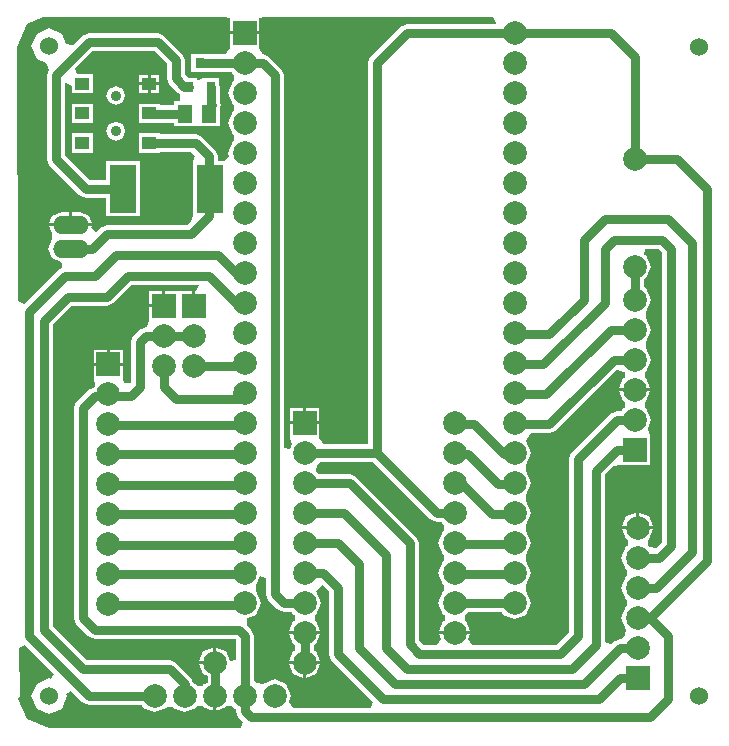
<source format=gbl>
G04 Layer_Physical_Order=2*
G04 Layer_Color=11436288*
%FSLAX23Y23*%
%MOIN*%
G70*
G01*
G75*
%ADD10C,0.031*%
%ADD11O,0.120X0.060*%
%ADD12C,0.079*%
%ADD13R,0.079X0.079*%
%ADD14R,0.079X0.079*%
%ADD15C,0.035*%
%ADD16C,0.060*%
%ADD17R,0.031X0.035*%
%ADD18R,0.049X0.061*%
%ADD19R,0.090X0.160*%
%ADD20R,0.046X0.040*%
G36*
X3140Y2578D02*
X3140Y1612D01*
X3121Y1593D01*
X3101Y1596D01*
X3099Y1599D01*
X3094Y1601D01*
X3094Y1621D01*
X3098Y1622D01*
X3111Y1655D01*
X3009Y1655D01*
X3022Y1622D01*
X3026Y1621D01*
X3026Y1601D01*
X3021Y1599D01*
X3005Y1560D01*
X3021Y1521D01*
X3023Y1520D01*
X3023Y1500D01*
X3021Y1499D01*
X3005Y1460D01*
X3021Y1421D01*
X3023Y1420D01*
X3023Y1400D01*
X3021Y1399D01*
X3005Y1360D01*
X3021Y1321D01*
X3018Y1302D01*
X3008Y1290D01*
X3000Y1290D01*
X2979Y1281D01*
X2970Y1272D01*
X2950Y1280D01*
X2950Y1838D01*
X2980Y1867D01*
X2999Y1869D01*
X2999Y1869D01*
X2999Y1869D01*
X3101Y1869D01*
X3101Y1971D01*
X3101Y1971D01*
X3101Y1971D01*
X3093Y1991D01*
X3105Y2020D01*
X3089Y2059D01*
X3084Y2061D01*
X3084Y2081D01*
X3088Y2082D01*
X3101Y2115D01*
X2999Y2115D01*
X3012Y2082D01*
X3016Y2081D01*
X3016Y2061D01*
X3011Y2059D01*
X3007Y2050D01*
X2990Y2050D01*
X2969Y2041D01*
X2839Y1911D01*
X2830Y1890D01*
X2830Y1312D01*
X2788Y1270D01*
X2508Y1270D01*
X2495Y1290D01*
X2501Y1305D01*
X2399Y1305D01*
X2405Y1290D01*
X2392Y1270D01*
X2345Y1270D01*
X2330Y1285D01*
X2330Y1610D01*
X2321Y1631D01*
X2121Y1831D01*
X2100Y1840D01*
X1993Y1840D01*
X1989Y1849D01*
X1992Y1868D01*
X2002Y1880D01*
X2178Y1880D01*
X2369Y1689D01*
X2390Y1680D01*
X2407Y1680D01*
X2411Y1671D01*
X2413Y1670D01*
X2413Y1650D01*
X2411Y1649D01*
X2395Y1610D01*
X2411Y1571D01*
X2413Y1570D01*
X2413Y1550D01*
X2411Y1549D01*
X2395Y1510D01*
X2411Y1471D01*
X2413Y1470D01*
X2413Y1450D01*
X2411Y1449D01*
X2395Y1410D01*
X2411Y1371D01*
X2416Y1369D01*
X2416Y1349D01*
X2412Y1348D01*
X2399Y1315D01*
X2501Y1315D01*
X2488Y1348D01*
X2484Y1349D01*
X2484Y1369D01*
X2489Y1371D01*
X2493Y1380D01*
X2607Y1380D01*
X2611Y1371D01*
X2650Y1355D01*
X2689Y1371D01*
X2705Y1410D01*
X2689Y1449D01*
X2687Y1450D01*
X2687Y1470D01*
X2689Y1471D01*
X2705Y1510D01*
X2689Y1549D01*
X2687Y1550D01*
X2687Y1570D01*
X2689Y1571D01*
X2705Y1610D01*
X2689Y1649D01*
X2687Y1650D01*
X2687Y1670D01*
X2689Y1671D01*
X2705Y1710D01*
X2689Y1749D01*
X2687Y1750D01*
X2687Y1770D01*
X2689Y1771D01*
X2705Y1810D01*
X2689Y1849D01*
X2687Y1850D01*
X2687Y1870D01*
X2689Y1871D01*
X2705Y1910D01*
X2689Y1949D01*
X2697Y1967D01*
X2704Y1975D01*
X2765Y1975D01*
X2786Y1984D01*
X2989Y2187D01*
X3009Y2184D01*
X3011Y2181D01*
X3016Y2179D01*
X3016Y2159D01*
X3012Y2158D01*
X2999Y2125D01*
X3101Y2125D01*
X3088Y2158D01*
X3084Y2159D01*
X3084Y2179D01*
X3089Y2181D01*
X3105Y2220D01*
X3089Y2259D01*
X3087Y2260D01*
X3087Y2280D01*
X3089Y2281D01*
X3105Y2320D01*
X3089Y2359D01*
X3087Y2360D01*
X3087Y2380D01*
X3089Y2381D01*
X3105Y2420D01*
X3089Y2459D01*
X3080Y2463D01*
X3080Y2489D01*
X3088Y2492D01*
X3103Y2530D01*
X3088Y2568D01*
X3081Y2570D01*
X3085Y2590D01*
X3128Y2590D01*
X3140Y2578D01*
X3140Y2578D02*
G37*
G36*
X1599Y2469D02*
X1588Y2449D01*
X1585Y2449D01*
X1585Y2400D01*
X1575Y2400D01*
X1575Y2449D01*
X1531Y2449D01*
X1531Y2449D01*
X1529Y2449D01*
X1529Y2449D01*
X1485Y2449D01*
X1485Y2400D01*
X1480Y2400D01*
X1480Y2395D01*
X1431Y2395D01*
X1431Y2351D01*
X1431Y2351D01*
X1431Y2351D01*
X1423Y2334D01*
X1420Y2330D01*
X1399Y2321D01*
X1379Y2301D01*
X1370Y2280D01*
X1370Y2146D01*
X1366Y2142D01*
X1349Y2144D01*
X1344Y2156D01*
X1344Y2156D01*
X1344Y2156D01*
X1344Y2200D01*
X1246Y2200D01*
X1246Y2156D01*
X1246Y2156D01*
X1246Y2156D01*
X1252Y2136D01*
X1250Y2130D01*
X1229Y2121D01*
X1189Y2081D01*
X1180Y2060D01*
X1180Y1360D01*
X1189Y1339D01*
X1229Y1299D01*
X1250Y1290D01*
X1718Y1290D01*
X1720Y1288D01*
X1720Y1221D01*
X1700Y1217D01*
X1688Y1248D01*
X1655Y1261D01*
X1655Y1210D01*
X1650Y1210D01*
X1650Y1205D01*
X1599Y1205D01*
X1612Y1172D01*
X1628Y1166D01*
X1628Y1144D01*
X1612Y1138D01*
X1611Y1134D01*
X1591Y1134D01*
X1589Y1139D01*
X1578Y1144D01*
X1571Y1161D01*
X1521Y1211D01*
X1500Y1220D01*
X1222Y1220D01*
X1110Y1332D01*
X1110Y2338D01*
X1172Y2400D01*
X1290Y2400D01*
X1311Y2409D01*
X1372Y2470D01*
X1598Y2470D01*
X1599Y2469D01*
X1599Y2469D02*
G37*
G36*
X1820Y1494D02*
X1820Y1440D01*
X1829Y1419D01*
X1859Y1389D01*
X1880Y1380D01*
X1907Y1380D01*
X1911Y1371D01*
X1916Y1369D01*
X1916Y1349D01*
X1912Y1348D01*
X1899Y1315D01*
X2001Y1315D01*
X1988Y1348D01*
X1984Y1349D01*
X1984Y1369D01*
X1989Y1371D01*
X2005Y1410D01*
X1989Y1449D01*
X2001Y1463D01*
X2006Y1469D01*
X2009Y1468D01*
X2030Y1448D01*
X2030Y1240D01*
X2039Y1219D01*
X2178Y1080D01*
X2170Y1060D01*
X1910Y1060D01*
X1897Y1080D01*
X1905Y1100D01*
X1889Y1139D01*
X1850Y1155D01*
X1811Y1139D01*
X1792Y1142D01*
X1780Y1152D01*
X1780Y1300D01*
X1771Y1321D01*
X1756Y1336D01*
X1758Y1355D01*
X1759Y1358D01*
X1789Y1371D01*
X1805Y1410D01*
X1789Y1449D01*
X1787Y1450D01*
X1787Y1470D01*
X1789Y1471D01*
X1800Y1498D01*
X1820Y1494D01*
X1820Y1494D02*
G37*
G36*
X1115Y1173D02*
X1104Y1156D01*
X1098Y1159D01*
X1056Y1141D01*
X1038Y1099D01*
X1056Y1057D01*
X1098Y1039D01*
X1140Y1057D01*
X1158Y1099D01*
X1155Y1105D01*
X1172Y1116D01*
X1209Y1079D01*
X1230Y1070D01*
X1407Y1070D01*
X1411Y1061D01*
X1450Y1045D01*
X1489Y1061D01*
X1490Y1063D01*
X1510Y1063D01*
X1511Y1061D01*
X1550Y1045D01*
X1589Y1061D01*
X1591Y1066D01*
X1611Y1066D01*
X1612Y1062D01*
X1645Y1049D01*
X1645Y1100D01*
X1655Y1100D01*
X1655Y1049D01*
X1688Y1062D01*
X1689Y1066D01*
X1709Y1066D01*
X1711Y1061D01*
X1720Y1057D01*
X1720Y1050D01*
X1729Y1029D01*
X1744Y1014D01*
X1737Y994D01*
X1098Y992D01*
X1023Y1023D01*
X995Y1091D01*
X1000Y1098D01*
X1000Y1098D01*
X999Y1261D01*
X1019Y1269D01*
X1115Y1173D01*
X1115Y1173D02*
G37*
G36*
X2589Y3343D02*
X2587Y3340D01*
X2290Y3340D01*
X2269Y3331D01*
X2169Y3231D01*
X2160Y3210D01*
X2160Y1940D01*
X2013Y1940D01*
X2009Y1945D01*
X1999Y1961D01*
X1999Y1961D01*
X1999Y1961D01*
X1999Y2005D01*
X1901Y2005D01*
X1901Y1961D01*
X1901Y1961D01*
X1901Y1961D01*
X1907Y1941D01*
X1900Y1922D01*
X1880Y1926D01*
X1880Y3170D01*
X1871Y3191D01*
X1831Y3231D01*
X1810Y3240D01*
X1807Y3244D01*
X1799Y3261D01*
X1799Y3261D01*
X1799Y3261D01*
X1799Y3305D01*
X1701Y3305D01*
X1701Y3261D01*
X1701Y3261D01*
X1701Y3261D01*
X1691Y3245D01*
X1687Y3240D01*
X1600Y3240D01*
X1598Y3239D01*
X1572Y3239D01*
X1572Y3215D01*
X1570Y3210D01*
X1572Y3205D01*
X1572Y3180D01*
X1628Y3180D01*
X1628Y3180D01*
X1707Y3180D01*
X1711Y3171D01*
X1713Y3170D01*
X1713Y3150D01*
X1711Y3149D01*
X1695Y3110D01*
X1711Y3071D01*
X1713Y3070D01*
X1713Y3050D01*
X1711Y3049D01*
X1695Y3010D01*
X1711Y2971D01*
X1713Y2970D01*
X1713Y2950D01*
X1711Y2949D01*
X1695Y2910D01*
X1699Y2898D01*
X1685Y2882D01*
X1660Y2882D01*
X1660Y2900D01*
X1651Y2921D01*
X1608Y2964D01*
X1587Y2973D01*
X1466Y2973D01*
X1466Y2975D01*
X1396Y2975D01*
X1396Y2911D01*
X1466Y2911D01*
X1466Y2913D01*
X1572Y2913D01*
X1585Y2898D01*
X1578Y2882D01*
X1578Y2882D01*
X1578Y2698D01*
X1578Y2698D01*
X1578Y2698D01*
X1570Y2682D01*
X1558Y2670D01*
X1290Y2670D01*
X1269Y2661D01*
X1255Y2647D01*
X1239Y2659D01*
X1241Y2665D01*
X1099Y2665D01*
X1108Y2644D01*
X1108Y2623D01*
X1095Y2591D01*
X1108Y2559D01*
X1138Y2546D01*
X1140Y2540D01*
X1140Y2526D01*
X1129Y2521D01*
X1015Y2407D01*
X995Y2415D01*
X992Y3264D01*
X1023Y3339D01*
X1079Y3362D01*
X1098Y3362D01*
X1098Y3362D01*
X1682Y3362D01*
X1701Y3359D01*
X1701Y3315D01*
X1799Y3315D01*
X1799Y3359D01*
X1818Y3362D01*
X2578Y3362D01*
X2589Y3343D01*
X2589Y3343D02*
G37*
%LPC*%
G36*
X3065Y1711D02*
X3065Y1665D01*
X3111Y1665D01*
X3098Y1698D01*
X3065Y1711D01*
X3065Y1711D02*
G37*
G36*
X3055Y1711D02*
X3022Y1698D01*
X3009Y1665D01*
X3055Y1665D01*
X3055Y1711D01*
X3055Y1711D02*
G37*
G36*
X1945Y2059D02*
X1901Y2059D01*
X1901Y2015D01*
X1945Y2015D01*
X1945Y2059D01*
X1945Y2059D02*
G37*
G36*
X1426Y3170D02*
X1398Y3170D01*
X1398Y3145D01*
X1426Y3145D01*
X1426Y3170D01*
X1426Y3170D02*
G37*
G36*
X1999Y2059D02*
X1955Y2059D01*
X1955Y2015D01*
X1999Y2015D01*
X1999Y2059D01*
X1999Y2059D02*
G37*
G36*
X1945Y1205D02*
X1899Y1205D01*
X1912Y1172D01*
X1945Y1159D01*
X1945Y1205D01*
X1945Y1205D02*
G37*
G36*
X1464Y3170D02*
X1436Y3170D01*
X1436Y3145D01*
X1464Y3145D01*
X1464Y3170D01*
X1464Y3170D02*
G37*
G36*
X2001Y1205D02*
X1955Y1205D01*
X1955Y1159D01*
X1988Y1172D01*
X2001Y1205D01*
X2001Y1205D02*
G37*
G36*
X2001Y1305D02*
X1899Y1305D01*
X1912Y1272D01*
X1918Y1270D01*
X1918Y1250D01*
X1912Y1248D01*
X1899Y1215D01*
X2001Y1215D01*
X1988Y1248D01*
X1982Y1250D01*
X1982Y1270D01*
X1988Y1272D01*
X2001Y1305D01*
X2001Y1305D02*
G37*
G36*
X1645Y1261D02*
X1612Y1248D01*
X1599Y1215D01*
X1645Y1215D01*
X1645Y1261D01*
X1645Y1261D02*
G37*
G36*
X1290Y2254D02*
X1246Y2254D01*
X1246Y2210D01*
X1290Y2210D01*
X1290Y2254D01*
X1290Y2254D02*
G37*
G36*
X1243Y3074D02*
X1173Y3074D01*
X1173Y3010D01*
X1243Y3010D01*
X1243Y3074D01*
X1243Y3074D02*
G37*
G36*
X1320Y3014D02*
X1297Y3005D01*
X1288Y2982D01*
X1297Y2959D01*
X1320Y2950D01*
X1343Y2959D01*
X1352Y2982D01*
X1343Y3005D01*
X1320Y3014D01*
X1320Y3014D02*
G37*
G36*
X1320Y3133D02*
X1297Y3124D01*
X1288Y3101D01*
X1297Y3078D01*
X1320Y3069D01*
X1343Y3078D01*
X1352Y3101D01*
X1343Y3124D01*
X1320Y3133D01*
X1320Y3133D02*
G37*
G36*
X1426Y3135D02*
X1398Y3135D01*
X1398Y3110D01*
X1426Y3110D01*
X1426Y3135D01*
X1426Y3135D02*
G37*
G36*
X1098Y3325D02*
X1056Y3307D01*
X1038Y3265D01*
X1056Y3223D01*
X1089Y3209D01*
X1092Y3203D01*
X1097Y3187D01*
X1090Y3170D01*
X1090Y2890D01*
X1099Y2869D01*
X1199Y2769D01*
X1220Y2760D01*
X1288Y2760D01*
X1288Y2698D01*
X1402Y2698D01*
X1402Y2882D01*
X1288Y2882D01*
X1288Y2820D01*
X1232Y2820D01*
X1150Y2902D01*
X1150Y3142D01*
X1154Y3144D01*
X1173Y3133D01*
X1173Y3109D01*
X1243Y3109D01*
X1243Y3172D01*
X1192Y3172D01*
X1184Y3192D01*
X1242Y3250D01*
X1448Y3250D01*
X1490Y3208D01*
X1490Y3160D01*
X1499Y3139D01*
X1528Y3110D01*
X1535Y3107D01*
X1535Y3102D01*
X1535Y3101D01*
X1533Y3082D01*
X1513Y3082D01*
X1513Y3070D01*
X1466Y3070D01*
X1466Y3074D01*
X1396Y3074D01*
X1396Y3010D01*
X1466Y3010D01*
X1466Y3010D01*
X1513Y3010D01*
X1513Y2998D01*
X1574Y2998D01*
X1586Y2998D01*
X1590Y2998D01*
X1594Y2998D01*
X1606Y2998D01*
X1667Y2998D01*
X1667Y3063D01*
X1670Y3070D01*
X1667Y3077D01*
X1667Y3131D01*
X1665Y3136D01*
X1665Y3160D01*
X1638Y3160D01*
X1637Y3160D01*
X1637Y3160D01*
X1610Y3160D01*
X1610Y3158D01*
X1590Y3150D01*
X1590Y3150D01*
X1590Y3160D01*
X1563Y3160D01*
X1563Y3160D01*
X1562Y3160D01*
X1550Y3172D01*
X1550Y3220D01*
X1541Y3241D01*
X1481Y3301D01*
X1460Y3310D01*
X1230Y3310D01*
X1209Y3301D01*
X1176Y3268D01*
X1154Y3274D01*
X1140Y3307D01*
X1098Y3325D01*
X1098Y3325D02*
G37*
G36*
X1243Y2975D02*
X1173Y2975D01*
X1173Y2911D01*
X1243Y2911D01*
X1243Y2975D01*
X1243Y2975D02*
G37*
G36*
X1464Y3135D02*
X1436Y3135D01*
X1436Y3110D01*
X1464Y3110D01*
X1464Y3135D01*
X1464Y3135D02*
G37*
G36*
X1344Y2254D02*
X1300Y2254D01*
X1300Y2210D01*
X1344Y2210D01*
X1344Y2254D01*
X1344Y2254D02*
G37*
G36*
X1475Y2449D02*
X1431Y2449D01*
X1431Y2405D01*
X1475Y2405D01*
X1475Y2449D01*
X1475Y2449D02*
G37*
G36*
X1200Y2713D02*
X1175Y2713D01*
X1175Y2675D01*
X1241Y2675D01*
X1231Y2701D01*
X1200Y2713D01*
X1200Y2713D02*
G37*
G36*
X1165Y2713D02*
X1140Y2713D01*
X1109Y2701D01*
X1099Y2675D01*
X1165Y2675D01*
X1165Y2713D01*
X1165Y2713D02*
G37*
%LPD*%
D10*
X2450Y1410D02*
X2650Y1410D01*
X2450Y1506D02*
X2647Y1506D01*
X2450Y1606D02*
X2647Y1606D01*
X2575Y1705D02*
X2648Y1705D01*
X2474Y1806D02*
X2575Y1705D01*
X2450Y1806D02*
X2474Y1806D01*
X2595Y1805D02*
X2648Y1805D01*
X2494Y1906D02*
X2595Y1805D01*
X2450Y1906D02*
X2494Y1906D01*
X2615Y1905D02*
X2648Y1905D01*
X2514Y2006D02*
X2615Y1905D01*
X2450Y2006D02*
X2514Y2006D01*
X1880Y1410D02*
X1950Y1410D01*
X1850Y1440D02*
X1880Y1410D01*
X1850Y1440D02*
X1850Y3170D01*
X1295Y1403D02*
X1750Y1403D01*
X1295Y1505D02*
X1748Y1505D01*
X1295Y1603D02*
X1746Y1603D01*
X1295Y1705D02*
X1750Y1705D01*
X1295Y1803D02*
X1746Y1803D01*
X1295Y1905D02*
X1748Y1905D01*
X1950Y1510D02*
X2010Y1510D01*
X1330Y2003D02*
X1746Y2003D01*
X1748Y2005D01*
X2010Y1510D02*
X2060Y1460D01*
X2920Y1850D02*
X2990Y1920D01*
X3050Y1920D01*
X2648Y2005D02*
X2765Y2005D01*
X2980Y2220D01*
X3050Y2220D01*
X2648Y2105D02*
X2755Y2105D01*
X2970Y2320D01*
X3050Y2320D01*
X2648Y2205D02*
X2745Y2205D01*
X2990Y2020D02*
X3050Y2020D01*
X1600Y3210D02*
X1750Y3210D01*
X1810Y3210D02*
X1850Y3170D01*
X1750Y3210D02*
X1810Y3210D01*
X1950Y1910D02*
X2190Y1910D01*
X2390Y1710D01*
X2450Y1710D01*
X2190Y1910D02*
X2190Y3210D01*
X2290Y3310D01*
X2650Y3310D01*
X3060Y1460D02*
X3120Y1460D01*
X2648Y2305D02*
X2765Y2305D01*
X1950Y1610D02*
X2060Y1610D01*
X2130Y1540D01*
X1950Y1810D02*
X2100Y1810D01*
X2300Y1610D01*
X1950Y1710D02*
X2080Y1710D01*
X2220Y1570D01*
X1637Y3073D02*
X1637Y3131D01*
X1637Y3073D02*
X1640Y3070D01*
X1431Y3040D02*
X1550Y3040D01*
X1549Y3131D02*
X1563Y3131D01*
X1520Y3160D02*
X1549Y3131D01*
X1520Y3160D02*
X1520Y3220D01*
X1460Y3280D02*
X1520Y3220D01*
X1230Y3280D02*
X1460Y3280D01*
X1120Y3170D02*
X1230Y3280D01*
X3060Y1560D02*
X3130Y1560D01*
X3170Y1600D01*
X3120Y1460D02*
X3240Y1580D01*
X3100Y1360D02*
X3290Y1550D01*
X3290Y2790D01*
X3190Y2890D02*
X3290Y2790D01*
X3050Y2890D02*
X3190Y2890D01*
X2650Y3310D02*
X2970Y3310D01*
X3240Y1580D02*
X3240Y2610D01*
X3170Y1600D02*
X3170Y2590D01*
X3160Y2690D02*
X3240Y2610D01*
X3050Y2420D02*
X3050Y2530D01*
X2950Y2690D02*
X3160Y2690D01*
X2860Y1890D02*
X2990Y2020D01*
X2300Y1272D02*
X2300Y1610D01*
X2220Y1260D02*
X2220Y1570D01*
X2130Y1260D02*
X2130Y1540D01*
X2060Y1240D02*
X2060Y1460D01*
X2970Y3310D02*
X3050Y3230D01*
X3050Y2890D02*
X3050Y3230D01*
X1630Y2700D02*
X1630Y2900D01*
X1431Y2943D02*
X1587Y2943D01*
X1630Y2900D01*
X1120Y2890D02*
X1120Y3170D01*
X1120Y2890D02*
X1220Y2790D01*
X1345Y2790D01*
X1570Y2640D02*
X1630Y2700D01*
X1290Y2640D02*
X1570Y2640D01*
X1170Y2581D02*
X1180Y2591D01*
X1241Y2591D01*
X1290Y2640D01*
X1080Y2350D02*
X1160Y2430D01*
X2300Y1272D02*
X2332Y1240D01*
X2220Y1260D02*
X2290Y1190D01*
X3060Y1360D02*
X3100Y1360D01*
X2130Y1260D02*
X2250Y1140D01*
X2060Y1240D02*
X2210Y1090D01*
X1150Y2500D02*
X1250Y2500D01*
X1320Y2570D01*
X1660Y2570D01*
X1720Y2510D01*
X1750Y2510D01*
X1360Y2500D02*
X1630Y2500D01*
X1720Y2410D01*
X1750Y2410D01*
X1740Y2200D02*
X1750Y2210D01*
X1580Y2200D02*
X1740Y2200D01*
X1520Y2090D02*
X1730Y2090D01*
X1480Y2130D02*
X1520Y2090D01*
X1480Y2130D02*
X1480Y2160D01*
X1480Y2200D01*
X1420Y2300D02*
X1440Y2300D01*
X1400Y2280D02*
X1420Y2300D01*
X1370Y2100D02*
X1400Y2130D01*
X1400Y2280D01*
X1250Y2100D02*
X1370Y2100D01*
X1210Y2060D02*
X1250Y2100D01*
X1210Y1360D02*
X1210Y2060D01*
X1210Y1360D02*
X1250Y1320D01*
X1550Y1100D02*
X1550Y1140D01*
X1500Y1190D02*
X1550Y1140D01*
X1030Y2380D02*
X1150Y2500D01*
X1160Y2430D02*
X1290Y2430D01*
X1360Y2500D01*
X1480Y2300D02*
X1580Y2300D01*
X3160Y1090D02*
X3160Y1300D01*
X3100Y1360D02*
X3160Y1300D01*
X2210Y1090D02*
X2930Y1090D01*
X3000Y1160D01*
X3050Y1160D01*
X2250Y1140D02*
X2880Y1140D01*
X3000Y1260D01*
X3060Y1260D01*
X2290Y1190D02*
X2840Y1190D01*
X2920Y1270D01*
X2920Y1850D01*
X2332Y1240D02*
X2800Y1240D01*
X2860Y1300D01*
X2860Y1890D01*
X1750Y1050D02*
X1750Y1100D01*
X1750Y1050D02*
X1770Y1030D01*
X3100Y1030D01*
X3160Y1090D01*
X1250Y1320D02*
X1730Y1320D01*
X1750Y1300D01*
X1750Y1100D02*
X1750Y1300D01*
X1950Y1210D02*
X1950Y1310D01*
X1650Y1100D02*
X1650Y1210D01*
X2745Y2205D02*
X2950Y2410D01*
X3140Y2620D02*
X3170Y2590D01*
X2950Y2410D02*
X2950Y2590D01*
X2980Y2620D01*
X3140Y2620D01*
X2765Y2305D02*
X2880Y2420D01*
X2880Y2620D01*
X2950Y2690D01*
X1080Y1320D02*
X1080Y2350D01*
X1080Y1320D02*
X1210Y1190D01*
X1500Y1190D01*
X1030Y1300D02*
X1030Y2380D01*
X1030Y1300D02*
X1230Y1100D01*
X1450Y1100D01*
D11*
X1170Y2591D02*
D03*
X1170Y2670D02*
D03*
D12*
X3050Y2420D02*
D03*
X3050Y2320D02*
D03*
X3050Y2220D02*
D03*
X3050Y2120D02*
D03*
X3050Y2020D02*
D03*
X2450Y1310D02*
D03*
X2450Y1410D02*
D03*
X2450Y1510D02*
D03*
X2450Y1610D02*
D03*
X2450Y1710D02*
D03*
X2450Y1810D02*
D03*
X2450Y1910D02*
D03*
X2450Y2010D02*
D03*
X1950Y1310D02*
D03*
X1950Y1410D02*
D03*
X1950Y1510D02*
D03*
X1950Y1610D02*
D03*
X1950Y1710D02*
D03*
X1950Y1810D02*
D03*
X1950Y1910D02*
D03*
X3060Y1660D02*
D03*
X3060Y1560D02*
D03*
X3060Y1460D02*
D03*
X3060Y1360D02*
D03*
X3060Y1260D02*
D03*
X1850Y1100D02*
D03*
X1750Y1100D02*
D03*
X1650Y1100D02*
D03*
X1550Y1100D02*
D03*
X1450Y1100D02*
D03*
X1480Y2200D02*
D03*
X1480Y2300D02*
D03*
X1580Y2200D02*
D03*
X1580Y2300D02*
D03*
X1295Y1405D02*
D03*
X1295Y1505D02*
D03*
X1295Y1605D02*
D03*
X1295Y1705D02*
D03*
X1295Y1805D02*
D03*
X1295Y1905D02*
D03*
X1295Y2005D02*
D03*
X1295Y2105D02*
D03*
X2650Y1410D02*
D03*
X2650Y1510D02*
D03*
X2650Y1610D02*
D03*
X2650Y1710D02*
D03*
X2650Y1810D02*
D03*
X2650Y1910D02*
D03*
X2650Y2010D02*
D03*
X2650Y2110D02*
D03*
X2650Y2210D02*
D03*
X2650Y2310D02*
D03*
X2650Y2410D02*
D03*
X2650Y2510D02*
D03*
X2650Y2610D02*
D03*
X2650Y2710D02*
D03*
X2650Y2810D02*
D03*
X2650Y2910D02*
D03*
X2650Y3010D02*
D03*
X2650Y3110D02*
D03*
X2650Y3210D02*
D03*
X2650Y3310D02*
D03*
X1750Y1410D02*
D03*
X1750Y1510D02*
D03*
X1750Y1610D02*
D03*
X1750Y1710D02*
D03*
X1750Y1810D02*
D03*
X1750Y1910D02*
D03*
X1750Y2010D02*
D03*
X1750Y2110D02*
D03*
X1750Y2210D02*
D03*
X1750Y2310D02*
D03*
X1750Y2410D02*
D03*
X1750Y2510D02*
D03*
X1750Y2610D02*
D03*
X1750Y2710D02*
D03*
X1750Y2810D02*
D03*
X1750Y2910D02*
D03*
X1750Y3010D02*
D03*
X1750Y3110D02*
D03*
X1750Y3210D02*
D03*
X3050Y2530D02*
D03*
X3050Y2890D02*
D03*
X1950Y1210D02*
D03*
X1650Y1210D02*
D03*
D13*
X3050Y1920D02*
D03*
X3060Y1160D02*
D03*
X1480Y2400D02*
D03*
X1580Y2400D02*
D03*
X1295Y2205D02*
D03*
D14*
X1950Y2010D02*
D03*
X1750Y3310D02*
D03*
D15*
X1320Y3101D02*
D03*
X1320Y2982D02*
D03*
D16*
X3264Y3264D02*
D03*
X3264Y1098D02*
D03*
X1098Y1099D02*
D03*
X1098Y3265D02*
D03*
D17*
X1637Y3131D02*
D03*
X1563Y3131D02*
D03*
X1600Y3209D02*
D03*
D18*
X1550Y3040D02*
D03*
X1630Y3040D02*
D03*
D19*
X1635Y2790D02*
D03*
X1345Y2790D02*
D03*
D20*
X1431Y3140D02*
D03*
X1431Y3042D02*
D03*
X1431Y2943D02*
D03*
X1208Y3140D02*
D03*
X1208Y3042D02*
D03*
X1208Y2943D02*
D03*
M02*

</source>
